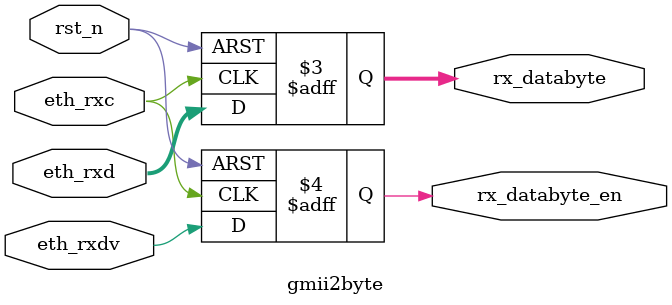
<source format=v>
module gmii2byte (
    input rst_n,
    input eth_rxc,
    input eth_rxdv,
    input [7:0]eth_rxd,

    output reg [7:0]rx_databyte,
    output reg rx_databyte_en
);
    always@(negedge eth_rxc or negedge rst_n) begin
        if(~rst_n) begin
            rx_databyte <= 8'd0;
            rx_databyte_en <= 1'b0; 
        end 
        else begin
            rx_databyte <= eth_rxd;
            rx_databyte_en <= eth_rxdv; 
        end
    end
    
endmodule
</source>
